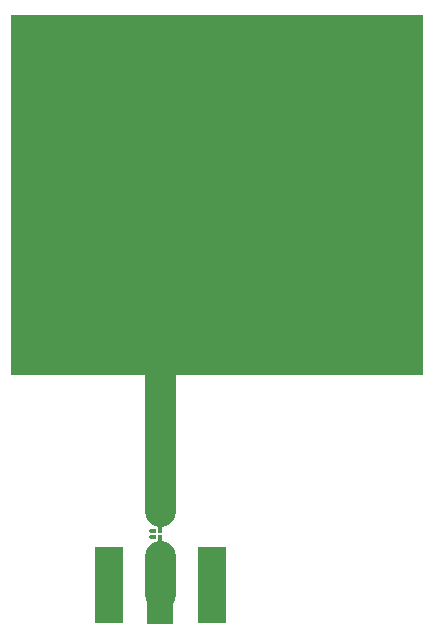
<source format=gbr>
G04 #@! TF.FileFunction,Copper,L1,Top,Signal*
%FSLAX46Y46*%
G04 Gerber Fmt 4.6, Leading zero omitted, Abs format (unit mm)*
G04 Created by KiCad (PCBNEW 4.0.5) date 03/16/17 21:07:46*
%MOMM*%
%LPD*%
G01*
G04 APERTURE LIST*
%ADD10C,0.025400*%
%ADD11R,34.925000X30.480000*%
%ADD12R,2.641600X4.127500*%
%ADD13R,0.350000X0.300000*%
%ADD14C,0.356000*%
%ADD15R,2.290000X5.080000*%
%ADD16R,2.420000X6.480000*%
%ADD17C,0.970000*%
%ADD18C,0.342900*%
%ADD19C,2.641600*%
%ADD20C,0.292100*%
G04 APERTURE END LIST*
D10*
D11*
X21590000Y36334700D03*
D12*
X16827500Y19030950D03*
D13*
X16830720Y7331900D03*
X16830720Y7831900D03*
X16280720Y7831900D03*
X16280720Y7331900D03*
D14*
X16052800Y7835900D03*
X16052800Y7327900D03*
D15*
X16830040Y2534500D03*
D16*
X12450040Y3234500D03*
X21210040Y3234500D03*
D17*
X12450040Y5974500D03*
X21210040Y5974500D03*
D18*
X16830720Y7831900D02*
X16830720Y9572580D01*
X16830720Y9572580D02*
X16827500Y9575800D01*
D19*
X16827500Y9575800D02*
X16840200Y9563100D01*
X16827500Y19030950D02*
X16827500Y9575800D01*
X16827500Y19030950D02*
X16827500Y31572200D01*
X16827500Y31572200D02*
X21590000Y36334700D01*
D18*
X16830720Y7331900D02*
X16830720Y5540420D01*
X16865600Y5727700D02*
X16827500Y5727700D01*
X16865600Y5575300D02*
X16865600Y5727700D01*
X16830720Y5540420D02*
X16865600Y5575300D01*
D19*
X16827500Y2547200D02*
X16827500Y5727700D01*
X16827500Y5727700D02*
X16827500Y5537200D01*
X16827500Y5537200D02*
X16840200Y5549900D01*
D20*
X16280720Y7831900D02*
X16056800Y7831900D01*
X16056800Y7831900D02*
X16052800Y7835900D01*
X16280720Y7331900D02*
X16056800Y7331900D01*
X16056800Y7331900D02*
X16052800Y7327900D01*
M02*

</source>
